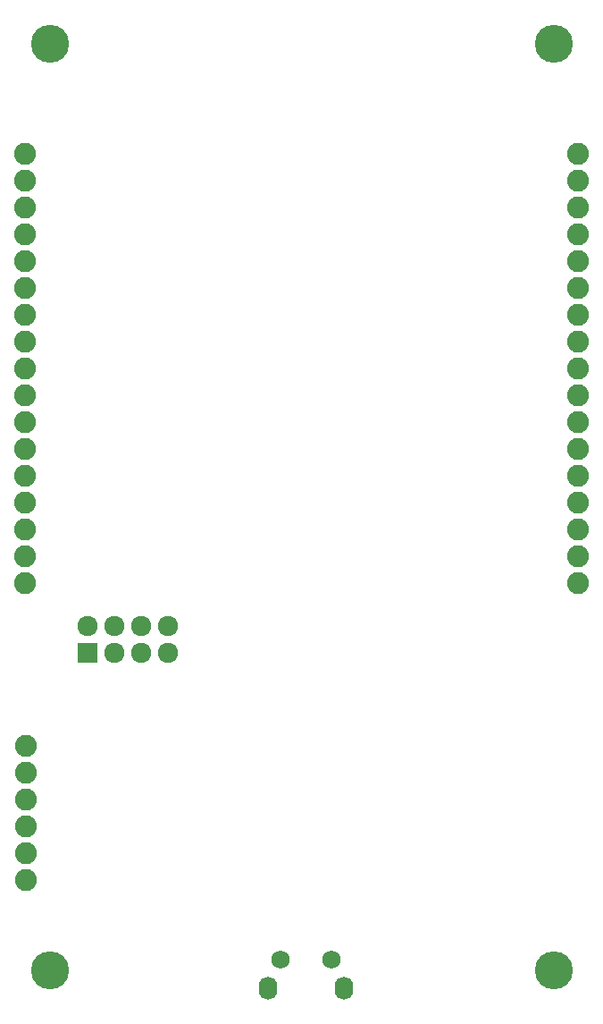
<source format=gbs>
G04 #@! TF.GenerationSoftware,KiCad,Pcbnew,6.0.0-rc1-unknown-15e0771~66~ubuntu18.04.1*
G04 #@! TF.CreationDate,2018-09-04T11:04:45+02:00*
G04 #@! TF.ProjectId,esp32-gateway,65737033322D676174657761792E6B69,v3*
G04 #@! TF.SameCoordinates,Original*
G04 #@! TF.FileFunction,Soldermask,Bot*
G04 #@! TF.FilePolarity,Negative*
%FSLAX46Y46*%
G04 Gerber Fmt 4.6, Leading zero omitted, Abs format (unit mm)*
G04 Created by KiCad (PCBNEW 6.0.0-rc1-unknown-15e0771~66~ubuntu18.04.1) date Tue Sep  4 11:04:45 2018*
%MOMM*%
%LPD*%
G01*
G04 APERTURE LIST*
%ADD10C,2.082800*%
%ADD11C,1.924000*%
%ADD12R,1.924000X1.924000*%
%ADD13C,3.600000*%
%ADD14C,1.750000*%
%ADD15O,1.750000X2.200000*%
G04 APERTURE END LIST*
D10*
G04 #@! TO.C,J3*
X116332000Y-147828000D03*
X116332000Y-145288000D03*
X116332000Y-142748000D03*
X116332000Y-140208000D03*
X116332000Y-137668000D03*
X116332000Y-135128000D03*
G04 #@! TD*
D11*
G04 #@! TO.C,U2*
X129770000Y-123800000D03*
X129770000Y-126340000D03*
X127230000Y-123800000D03*
X127230000Y-126340000D03*
X124690000Y-123800000D03*
X124690000Y-126340000D03*
X122150000Y-123800000D03*
D12*
X122150000Y-126340000D03*
G04 #@! TD*
D10*
G04 #@! TO.C,J5*
X168656000Y-79024000D03*
X168656000Y-81564000D03*
X168656000Y-84104000D03*
X168656000Y-86644000D03*
X168656000Y-89184000D03*
X168656000Y-91724000D03*
X168656000Y-94264000D03*
X168656000Y-96804000D03*
X168656000Y-99344000D03*
X168656000Y-101884000D03*
X168656000Y-104424000D03*
X168656000Y-106964000D03*
X168656000Y-109504000D03*
X168656000Y-112044000D03*
X168656000Y-114584000D03*
X168656000Y-117124000D03*
X168656000Y-119664000D03*
G04 #@! TD*
G04 #@! TO.C,J4*
X116270000Y-79030000D03*
X116270000Y-81570000D03*
X116270000Y-84110000D03*
X116270000Y-86650000D03*
X116270000Y-89190000D03*
X116270000Y-91730000D03*
X116270000Y-94270000D03*
X116270000Y-96810000D03*
X116270000Y-99350000D03*
X116270000Y-101890000D03*
X116270000Y-104430000D03*
X116270000Y-106970000D03*
X116270000Y-109510000D03*
X116270000Y-112050000D03*
X116270000Y-114590000D03*
X116270000Y-117130000D03*
X116270000Y-119670000D03*
G04 #@! TD*
D13*
G04 #@! TO.C,MK3*
X166400000Y-68610000D03*
G04 #@! TD*
G04 #@! TO.C,MK2*
X166400000Y-156400000D03*
G04 #@! TD*
G04 #@! TO.C,MK1*
X118600000Y-68610000D03*
G04 #@! TD*
G04 #@! TO.C,MK4*
X118600000Y-156400000D03*
G04 #@! TD*
D14*
G04 #@! TO.C,J1*
X140440000Y-155350000D03*
X145290000Y-155350000D03*
D15*
X146490000Y-158030000D03*
X139240000Y-158030000D03*
G04 #@! TD*
M02*

</source>
